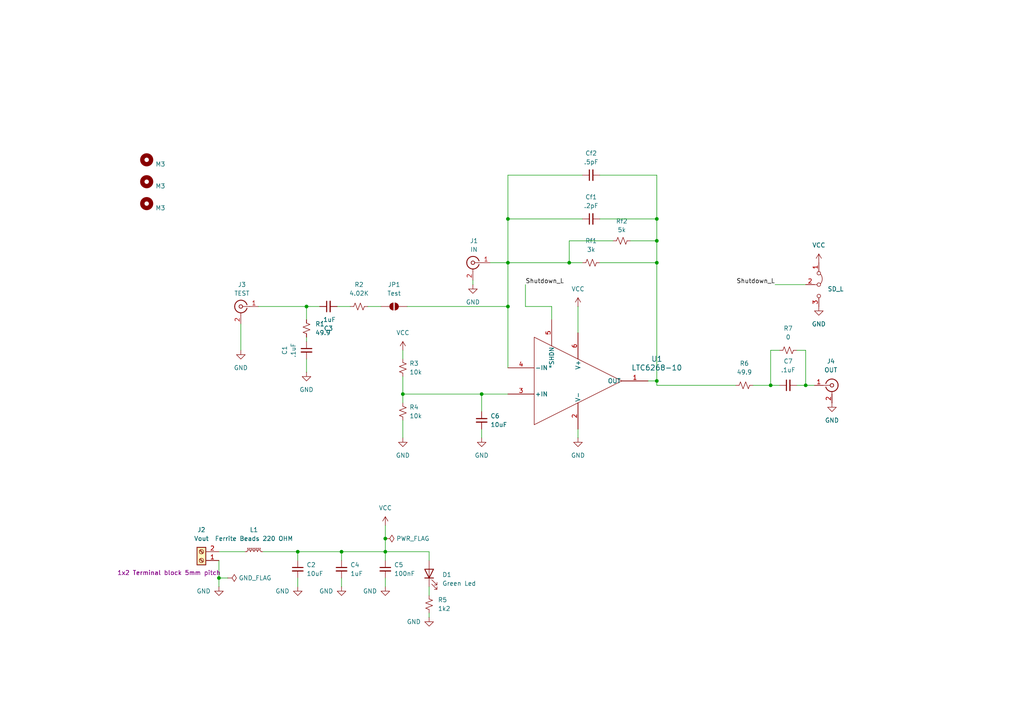
<source format=kicad_sch>
(kicad_sch (version 20231120) (generator "eeschema") (generator_version "8.0")
  (paper "A4")
  (lib_symbols
    (symbol "Connector:Conn_Coaxial" (pin_names (offset 1.016) hide)
      (property "Reference" "J" (at 0.254 3.048 0))
      (property "Value" "Conn_Coaxial" (at 2.921 0 90))
      (symbol "Conn_Coaxial_0_1"
        (arc (start -1.778 -0.508) (mid 0.2311 -1.8066) (end 1.778 0) (stroke (width 0.254)))
        (polyline (pts (xy -2.54 0) (xy -0.508 0)))
        (polyline (pts (xy 0 -2.54) (xy 0 -1.778)))
        (circle (center 0 0) (radius 0.508) (stroke (width 0.2032)))
        (arc (start 1.778 0) (mid 0.2099 1.8101) (end -1.778 0.508) (stroke (width 0.254)))
      )
      (symbol "Conn_Coaxial_1_1"
        (pin passive line (at -5.08 0 0) (length 2.54) (name "In") (number "1"))
        (pin passive line (at 0 -5.08 90) (length 2.54) (name "Ext") (number "2"))
      )
    )
    (symbol "Connector:Screw_Terminal_01x02" (pin_names (offset 1.016) hide)
      (property "Reference" "J" (at 0 2.54 0))
      (property "Value" "Screw_Terminal_01x02" (at 0 -5.08 0))
      (symbol "Screw_Terminal_01x02_1_1"
        (rectangle (start -1.27 1.27) (end 1.27 -3.81) (stroke (width 0.254)) (fill (type background)))
        (circle (center 0 -2.54) (radius 0.635) (stroke (width 0.1524)))
        (polyline (pts (xy -0.5334 -2.2098) (xy 0.3302 -3.048)) (stroke (width 0.1524)))
        (polyline (pts (xy -0.5334 0.3302) (xy 0.3302 -0.508)) (stroke (width 0.1524)))
        (polyline (pts (xy -0.3556 -2.032) (xy 0.508 -2.8702)) (stroke (width 0.1524)))
        (polyline (pts (xy -0.3556 0.508) (xy 0.508 -0.3302)) (stroke (width 0.1524)))
        (circle (center 0 0) (radius 0.635) (stroke (width 0.1524)))
        (pin passive line (at -5.08 0 0) (length 3.81) (name "Pin_1") (number "1"))
        (pin passive line (at -5.08 -2.54 0) (length 3.81) (name "Pin_2") (number "2"))
      )
    )
    (symbol "Device:C_Small" (pin_numbers hide) (pin_names (offset 0.254) hide)
      (property "Reference" "C" (at 0.254 1.778 0))
      (property "Value" "C_Small" (at 0.254 -2.032 0))
      (symbol "C_Small_0_1"
        (polyline (pts (xy -1.524 -0.508) (xy 1.524 -0.508)) (stroke (width 0.3302)))
        (polyline (pts (xy -1.524 0.508) (xy 1.524 0.508)) (stroke (width 0.3048)))
      )
      (symbol "C_Small_1_1"
        (pin passive line (at 0 2.54 270) (length 2.032) (name "~") (number "1"))
        (pin passive line (at 0 -2.54 90) (length 2.032) (name "~") (number "2"))
      )
    )
    (symbol "Device:LED" (pin_numbers hide) (pin_names (offset 1.016) hide)
      (property "Reference" "D" (at 0 2.54 0))
      (property "Value" "LED" (at 0 -2.54 0))
      (symbol "LED_0_1"
        (polyline (pts (xy -1.27 -1.27) (xy -1.27 1.27)) (stroke (width 0.254)))
        (polyline (pts (xy -1.27 0) (xy 1.27 0)))
        (polyline (pts (xy 1.27 -1.27) (xy 1.27 1.27) (xy -1.27 0) (xy 1.27 -1.27)) (stroke (width 0.254)))
        (polyline (pts (xy -3.048 -0.762) (xy -4.572 -2.286) (xy -3.81 -2.286) (xy -4.572 -2.286) (xy -4.572 -1.524)))
        (polyline (pts (xy -1.778 -0.762) (xy -3.302 -2.286) (xy -2.54 -2.286) (xy -3.302 -2.286) (xy -3.302 -1.524)))
      )
      (symbol "LED_1_1"
        (pin passive line (at -3.81 0 0) (length 2.54) (name "K") (number "1"))
        (pin passive line (at 3.81 0 180) (length 2.54) (name "A") (number "2"))
      )
    )
    (symbol "Device:L_Ferrite_Small" (pin_numbers hide) (pin_names (offset 0.254) hide)
      (property "Reference" "L" (at 1.27 1.016 0))
      (property "Value" "L_Ferrite_Small" (at 1.27 -1.27 0))
      (symbol "L_Ferrite_Small_0_1"
        (arc (start 0 -2.032) (mid 0.5058 -1.524) (end 0 -1.016))
        (arc (start 0 -1.016) (mid 0.5058 -0.508) (end 0 0))
        (polyline (pts (xy 0.762 -1.905) (xy 0.762 -1.651)))
        (polyline (pts (xy 0.762 -1.397) (xy 0.762 -1.143)))
        (polyline (pts (xy 0.762 -0.889) (xy 0.762 -0.635)))
        (polyline (pts (xy 0.762 -0.381) (xy 0.762 -0.127)))
        (polyline (pts (xy 0.762 0.127) (xy 0.762 0.381)))
        (polyline (pts (xy 0.762 0.635) (xy 0.762 0.889)))
        (polyline (pts (xy 0.762 1.143) (xy 0.762 1.397)))
        (polyline (pts (xy 0.762 1.651) (xy 0.762 1.905)))
        (polyline (pts (xy 1.016 -1.651) (xy 1.016 -1.905)))
        (polyline (pts (xy 1.016 -1.143) (xy 1.016 -1.397)))
        (polyline (pts (xy 1.016 -0.635) (xy 1.016 -0.889)))
        (polyline (pts (xy 1.016 -0.127) (xy 1.016 -0.381)))
        (polyline (pts (xy 1.016 0.381) (xy 1.016 0.127)))
        (polyline (pts (xy 1.016 0.889) (xy 1.016 0.635)))
        (polyline (pts (xy 1.016 1.397) (xy 1.016 1.143)))
        (polyline (pts (xy 1.016 1.905) (xy 1.016 1.651)))
        (arc (start 0 0) (mid 0.5058 0.508) (end 0 1.016))
        (arc (start 0 1.016) (mid 0.5058 1.524) (end 0 2.032))
      )
      (symbol "L_Ferrite_Small_1_1"
        (pin passive line (at 0 2.54 270) (length 0.508) (name "~") (number "1"))
        (pin passive line (at 0 -2.54 90) (length 0.508) (name "~") (number "2"))
      )
    )
    (symbol "Device:R_Small_US" (pin_numbers hide) (pin_names (offset 0.254) hide)
      (property "Reference" "R" (at 0.762 0.508 0))
      (property "Value" "R_Small_US" (at 0.762 -1.016 0))
      (symbol "R_Small_US_1_1"
        (polyline (pts (xy 0 0) (xy 1.016 -0.381) (xy 0 -0.762) (xy -1.016 -1.143) (xy 0 -1.524)))
        (polyline (pts (xy 0 1.524) (xy 1.016 1.143) (xy 0 0.762) (xy -1.016 0.381) (xy 0 0)))
        (pin passive line (at 0 2.54 270) (length 1.016) (name "~") (number "1"))
        (pin passive line (at 0 -2.54 90) (length 1.016) (name "~") (number "2"))
      )
    )
    (symbol "Jumper:Jumper_3_Bridged12" (pin_names (offset 0) hide) (exclude_from_sim yes) (in_bom no)
      (property "Reference" "JP" (at -2.54 -2.54 0))
      (property "Value" "Jumper_3_Bridged12" (at 0 2.794 0))
      (symbol "Jumper_3_Bridged12_0_0"
        (circle (center -3.302 0) (radius 0.508))
        (circle (center 0 0) (radius 0.508))
        (circle (center 3.302 0) (radius 0.508))
      )
      (symbol "Jumper_3_Bridged12_0_1"
        (arc (start -0.254 0.508) (mid -1.651 0.9912) (end -3.048 0.508))
        (polyline (pts (xy 0 -1.27) (xy 0 -0.508)))
      )
      (symbol "Jumper_3_Bridged12_1_1"
        (pin passive line (at -6.35 0 0) (length 2.54) (name "A") (number "1"))
        (pin passive line (at 0 -3.81 90) (length 2.54) (name "C") (number "2"))
        (pin passive line (at 6.35 0 180) (length 2.54) (name "B") (number "3"))
      )
    )
    (symbol "Jumper:SolderJumper_2_Open" (pin_numbers hide) (pin_names (offset 0) hide) (exclude_from_sim yes) (in_bom no)
      (property "Reference" "JP" (at 0 2.032 0))
      (property "Value" "SolderJumper_2_Open" (at 0 -2.54 0))
      (symbol "SolderJumper_2_Open_0_1"
        (arc (start -0.254 1.016) (mid -1.2656 0) (end -0.254 -1.016))
        (arc (start -0.254 1.016) (mid -1.2656 0) (end -0.254 -1.016) (fill (type outline)))
        (polyline (pts (xy -0.254 1.016) (xy -0.254 -1.016)))
        (polyline (pts (xy 0.254 1.016) (xy 0.254 -1.016)))
        (arc (start 0.254 -1.016) (mid 1.2656 0) (end 0.254 1.016))
        (arc (start 0.254 -1.016) (mid 1.2656 0) (end 0.254 1.016) (fill (type outline)))
      )
      (symbol "SolderJumper_2_Open_1_1"
        (pin passive line (at -3.81 0 0) (length 2.54) (name "A") (number "1"))
        (pin passive line (at 3.81 0 180) (length 2.54) (name "B") (number "2"))
      )
    )
    (symbol "LumiCom_TIA:LTC6268-10-SOT23" (pin_names (offset 0.254))
      (property "Reference" "U" (at 7.62 -9.906 0))
      (property "Value" "LTC6268-10-SOT23" (at 11.176 11.176 0))
      (symbol "LTC6268-10-SOT23_0_1"
        (pin output line (at 20.32 0 180) (length 7.62) (name "OUT") (number "1"))
        (pin power_in line (at 0 -13.97 90) (length 7.62) (name "V-") (number "2"))
        (pin input line (at -20.32 -3.81 0) (length 7.62) (name "+IN") (number "3"))
        (pin input line (at -20.32 3.81 0) (length 7.62) (name "-IN") (number "4"))
        (pin unspecified line (at -7.62 17.78 270) (length 7.62) (name "*SHDN") (number "5"))
        (pin power_in line (at 0 13.97 270) (length 7.62) (name "V+") (number "6"))
      )
      (symbol "LTC6268-10-SOT23_1_1"
        (polyline (pts (xy -12.7 -12.7) (xy -12.7 12.7) (xy 12.7 0) (xy -12.7 -12.7)))
      )
    )
    (symbol "Mechanical:MountingHole" (pin_names (offset 1.016)) (exclude_from_sim yes) (in_bom no)
      (property "Reference" "H" (at 0 5.08 0))
      (property "Value" "MountingHole" (at 0 3.175 0))
      (symbol "MountingHole_0_1"
        (circle (center 0 0) (radius 1.27) (stroke (width 1.27)))
      )
    )
    (symbol "power:GND" (power) (pin_numbers hide) (pin_names (offset 0) hide)
      (property "Value" "GND" (at 0 -3.81 0))
      (symbol "GND_0_1"
        (polyline (pts (xy 0 0) (xy 0 -1.27) (xy 1.27 -1.27) (xy 0 -2.54) (xy -1.27 -1.27) (xy 0 -1.27)))
      )
      (symbol "GND_1_1"
        (pin power_in line (at 0 0 270) (length 0) (name "~") (number "1"))
      )
    )
    (symbol "power:PWR_FLAG" (power) (pin_numbers hide) (pin_names (offset 0) hide)
      (property "Value" "PWR_FLAG" (at 0 3.81 0))
      (symbol "PWR_FLAG_0_0"
        (pin power_out line (at 0 0 90) (length 0) (name "~") (number "1"))
      )
      (symbol "PWR_FLAG_0_1"
        (polyline (pts (xy 0 0) (xy 0 1.27) (xy -1.016 1.905) (xy 0 2.54) (xy 1.016 1.905) (xy 0 1.27)))
      )
    )
    (symbol "power:VCC" (power) (pin_numbers hide) (pin_names (offset 0) hide)
      (property "Value" "VCC" (at 0 3.556 0))
      (symbol "VCC_0_1"
        (polyline (pts (xy -0.762 1.27) (xy 0 2.54)))
        (polyline (pts (xy 0 0) (xy 0 2.54)))
        (polyline (pts (xy 0 2.54) (xy 0.762 1.27)))
      )
      (symbol "VCC_1_1"
        (pin power_in line (at 0 0 90) (length 0) (name "~") (number "1"))
      )
    )
  )
  (junction (at 147.32 63.5))
  (junction (at 190.5 63.5))
  (junction (at 190.5 110.49))
  (junction (at 86.36 160.02))
  (junction (at 190.5 69.85))
  (junction (at 139.7 114.3))
  (junction (at 233.68 111.76))
  (junction (at 111.76 156.21))
  (junction (at 165.1 76.2))
  (junction (at 223.52 111.76))
  (junction (at 147.32 76.2))
  (junction (at 63.5 167.64))
  (junction (at 99.06 160.02))
  (junction (at 147.32 88.9))
  (junction (at 190.5 76.2))
  (junction (at 116.84 114.3))
  (junction (at 111.76 160.02))
  (junction (at 88.9 88.9))
  (wire (pts (xy 147.32 76.2) (xy 165.1 76.2)))
  (wire (pts (xy 142.24 76.2) (xy 147.32 76.2)))
  (wire (pts (xy 147.32 63.5) (xy 147.32 76.2)))
  (wire (pts (xy 165.1 69.85) (xy 165.1 76.2)))
  (wire (pts (xy 116.84 114.3) (xy 116.84 116.84)))
  (wire (pts (xy 233.68 101.6) (xy 233.68 111.76)))
  (wire (pts (xy 167.64 124.46) (xy 167.64 127)))
  (wire (pts (xy 116.84 109.22) (xy 116.84 114.3)))
  (wire (pts (xy 124.46 160.02) (xy 111.76 160.02)))
  (wire (pts (xy 111.76 162.56) (xy 111.76 160.02)))
  (wire (pts (xy 111.76 152.4) (xy 111.76 156.21)))
  (wire (pts (xy 139.7 114.3) (xy 147.32 114.3)))
  (wire (pts (xy 218.44 111.76) (xy 223.52 111.76)))
  (wire (pts (xy 111.76 167.64) (xy 111.76 170.18)))
  (wire (pts (xy 168.91 50.8) (xy 147.32 50.8)))
  (wire (pts (xy 99.06 167.64) (xy 99.06 170.18)))
  (wire (pts (xy 190.5 50.8) (xy 173.99 50.8)))
  (wire (pts (xy 137.16 81.28) (xy 137.16 82.55)))
  (wire (pts (xy 190.5 76.2) (xy 173.99 76.2)))
  (wire (pts (xy 63.5 167.64) (xy 63.5 170.18)))
  (wire (pts (xy 124.46 172.72) (xy 124.46 170.18)))
  (wire (pts (xy 233.68 111.76) (xy 236.22 111.76)))
  (wire (pts (xy 110.49 88.9) (xy 106.68 88.9)))
  (wire (pts (xy 88.9 107.95) (xy 88.9 104.14)))
  (wire (pts (xy 152.4 82.55) (xy 152.4 88.9)))
  (wire (pts (xy 147.32 63.5) (xy 168.91 63.5)))
  (wire (pts (xy 190.5 50.8) (xy 190.5 63.5)))
  (wire (pts (xy 118.11 88.9) (xy 147.32 88.9)))
  (wire (pts (xy 63.5 160.02) (xy 71.12 160.02)))
  (wire (pts (xy 231.14 111.76) (xy 233.68 111.76)))
  (wire (pts (xy 76.2 160.02) (xy 86.36 160.02)))
  (wire (pts (xy 177.8 69.85) (xy 165.1 69.85)))
  (wire (pts (xy 152.4 88.9) (xy 160.02 88.9)))
  (wire (pts (xy 99.06 162.56) (xy 99.06 160.02)))
  (wire (pts (xy 190.5 111.76) (xy 190.5 110.49)))
  (wire (pts (xy 165.1 76.2) (xy 168.91 76.2)))
  (wire (pts (xy 190.5 76.2) (xy 190.5 110.49)))
  (wire (pts (xy 223.52 111.76) (xy 226.06 111.76)))
  (wire (pts (xy 223.52 101.6) (xy 226.06 101.6)))
  (wire (pts (xy 124.46 179.07) (xy 124.46 177.8)))
  (wire (pts (xy 86.36 160.02) (xy 86.36 162.56)))
  (wire (pts (xy 99.06 160.02) (xy 111.76 160.02)))
  (wire (pts (xy 86.36 160.02) (xy 99.06 160.02)))
  (wire (pts (xy 88.9 88.9) (xy 88.9 92.71)))
  (wire (pts (xy 124.46 162.56) (xy 124.46 160.02)))
  (wire (pts (xy 223.52 101.6) (xy 223.52 111.76)))
  (wire (pts (xy 116.84 114.3) (xy 139.7 114.3)))
  (wire (pts (xy 111.76 156.21) (xy 111.76 160.02)))
  (wire (pts (xy 97.79 88.9) (xy 101.6 88.9)))
  (wire (pts (xy 116.84 101.6) (xy 116.84 104.14)))
  (wire (pts (xy 147.32 88.9) (xy 147.32 106.68)))
  (wire (pts (xy 173.99 63.5) (xy 190.5 63.5)))
  (wire (pts (xy 88.9 88.9) (xy 92.71 88.9)))
  (wire (pts (xy 88.9 99.06) (xy 88.9 97.79)))
  (wire (pts (xy 147.32 76.2) (xy 147.32 88.9)))
  (wire (pts (xy 231.14 101.6) (xy 233.68 101.6)))
  (wire (pts (xy 167.64 88.9) (xy 167.64 96.52)))
  (wire (pts (xy 86.36 167.64) (xy 86.36 170.18)))
  (wire (pts (xy 66.04 167.64) (xy 63.5 167.64)))
  (wire (pts (xy 190.5 63.5) (xy 190.5 69.85)))
  (wire (pts (xy 116.84 121.92) (xy 116.84 127)))
  (wire (pts (xy 139.7 124.46) (xy 139.7 127)))
  (wire (pts (xy 190.5 69.85) (xy 190.5 76.2)))
  (wire (pts (xy 69.85 93.98) (xy 69.85 101.6)))
  (wire (pts (xy 139.7 114.3) (xy 139.7 119.38)))
  (wire (pts (xy 74.93 88.9) (xy 88.9 88.9)))
  (wire (pts (xy 63.5 162.56) (xy 63.5 167.64)))
  (wire (pts (xy 224.79 82.55) (xy 233.68 82.55)))
  (wire (pts (xy 187.96 110.49) (xy 190.5 110.49)))
  (wire (pts (xy 182.88 69.85) (xy 190.5 69.85)))
  (wire (pts (xy 147.32 50.8) (xy 147.32 63.5)))
  (wire (pts (xy 190.5 111.76) (xy 213.36 111.76)))
  (wire (pts (xy 160.02 88.9) (xy 160.02 92.71)))
  (label "Shutdown_L" (at 152.4 82.55 0))
  (label "Shutdown_L" (at 224.79 82.55 180))
  (symbol (lib_id "power:GND") (at 86.36 170.18 0) (unit 1)
    (property "Reference" "#PWR05" (effects (hide yes)))
    (property "Value" "GND" (at 81.915 171.45 0))
    (property "Description" "Power symbol creates a global label with name \"GND\" , ground" (effects (hide yes)))
  )
  (symbol (lib_id "Connector:Conn_Coaxial") (at 69.85 88.9 0) (mirror y) (unit 1)
    (property "Reference" "J3" (at 70.1674 82.55 0))
    (property "Value" "TEST" (at 70.1674 85.09 0))
    (property "Footprint" "Connector_Coaxial:SMA_Samtec_SMA-J-P-X-ST-EM1_EdgeMount" (effects (hide yes)))
    (property "Datasheet" " ~" (effects (hide yes)))
    (property "Description" "SMA edge 1.2mm" (effects (hide yes)))
  )
  (symbol (lib_id "Device:C_Small") (at 139.7 121.92 0) (unit 1)
    (property "Reference" "C6" (at 142.24 120.6562 0) (effects (justify left)))
    (property "Value" "10uF" (at 142.24 123.1962 0) (effects (justify left)))
    (property "Footprint" "Capacitor_SMD:C_0603_1608Metric_Pad1.08x0.95mm_HandSolder" (effects (hide yes)))
    (property "Datasheet" "https://www.mouser.com/datasheet/2/281/1/GRM188Z71A106MA73_01A-1986046.pdf" (effects (hide yes)))
    (property "Description" "10 uF 10 VDC 20% 0603 X7R" (effects (hide yes)))
    (property "Manufacturer" "Murata Electronics " (effects (hide yes)))
    (property "Manufacturer Part Number" "GRM188Z71A106MA73D" (effects (hide yes)))
    (property "Mouser Part Number" " 81-GRM188Z71A106MA3D " (effects (hide yes)))
  )
  (symbol (lib_id "power:GND") (at 116.84 127 0) (unit 1)
    (property "Reference" "#PWR010" (effects (hide yes)))
    (property "Value" "GND" (at 116.84 132.08 0))
    (property "Description" "Power symbol creates a global label with name \"GND\" , ground" (effects (hide yes)))
  )
  (symbol (lib_id "Device:L_Ferrite_Small") (at 73.66 160.02 90) (unit 1)
    (property "Reference" "L1" (at 73.66 153.67 90))
    (property "Value" " Ferrite Beads 220 OHM " (at 73.66 156.21 90))
    (property "Footprint" "Inductor_SMD:L_0603_1608Metric_Pad1.05x0.95mm_HandSolder" (effects (hide yes)))
    (property "Datasheet" "https://www.mouser.com/datasheet/2/281/ENFA0003-1915778.pdf" (effects (hide yes)))
    (property "Description" " Ferrite Beads 220 OHM 25% Alternate Sizing Guide Below " (effects (hide yes)))
    (property "Manufacturer" "Murata Electronics " (effects (hide yes)))
    (property "Manufacturer Part Number" " BLM18KG221SN1D " (effects (hide yes)))
    (property "Mouser Part Number" " 81-BLM18KG221SN1D " (effects (hide yes)))
  )
  (symbol (lib_id "Device:R_Small_US") (at 116.84 119.38 0) (unit 1)
    (property "Reference" "R4" (at 118.745 118.1099 0) (effects (justify left)))
    (property "Value" "10k" (at 118.745 120.6499 0) (effects (justify left)))
    (property "Footprint" "Resistor_SMD:R_0603_1608Metric_Pad0.98x0.95mm_HandSolder" (effects (hide yes)))
    (property "Datasheet" "https://www.vishay.com/doc?20035" (effects (hide yes)))
    (property "Description" "SMD D11/CRCW0603 100 10K 1% ET2 E3 " (effects (hide yes)))
    (property "Manufacturer" " Vishay / Dale " (effects (hide yes)))
    (property "Manufacturer Part Number" "CRCW060310K0FKEI " (effects (hide yes)))
    (property "Mouser Part Number" " 71-CRCW060310K0FKEI " (effects (hide yes)))
  )
  (symbol (lib_id "Device:C_Small") (at 95.25 88.9 90) (mirror x) (unit 1)
    (property "Reference" "C3" (at 95.2563 95.25 90))
    (property "Value" ".1uF" (at 95.2563 92.71 90))
    (property "Footprint" "Capacitor_SMD:C_0402_1005Metric_Pad0.74x0.62mm_HandSolder" (effects (hide yes)))
    (property "Datasheet" "https://www.mouser.com/datasheet/2/40/530L-3392686.pdf" (effects (hide yes)))
    (property "Description" "16V 100nF 10% 0402" (effects (hide yes)))
    (property "Manufacturer" "KYOCERA AVX " (effects (hide yes)))
    (property "Manufacturer Part Number" "530L104KT16 " (effects (hide yes)))
    (property "Mouser Part Number" " 581-530L104KT16 " (effects (hide yes)))
  )
  (symbol (lib_id "Device:R_Small_US") (at 124.46 175.26 0) (unit 1)
    (property "Reference" "R5" (at 127 173.9899 0) (effects (justify left)))
    (property "Value" "1k2" (at 127 176.5299 0) (effects (justify left)))
    (property "Footprint" "Resistor_SMD:R_0603_1608Metric_Pad0.98x0.95mm_HandSolder" (effects (hide yes)))
    (property "Datasheet" "https://www.vishay.com/doc?20035" (effects (hide yes)))
    (property "Description" " Thick Film Resistors - SMD 1/10watt 1.2Kohms 1% 0603" (effects (hide yes)))
    (property "Manufacturer" " Vishay / Dale " (effects (hide yes)))
    (property "Manufacturer Part Number" " CRCW06031K20FKEA " (effects (hide yes)))
    (property "Mouser Part Number" " 71-CRCW0603-1.2K-E3 " (effects (hide yes)))
  )
  (symbol (lib_id "Device:R_Small_US") (at 171.45 76.2 90) (unit 1)
    (property "Reference" "Rf1" (at 171.45 69.85 90))
    (property "Value" "3k" (at 171.45 72.39 90))
    (property "Footprint" "Resistor_SMD:R_0402_1005Metric" (effects (hide yes)))
    (property "Datasheet" "https://www.vishay.com/doc?28700" (effects (hide yes)))
    (property "Description" "Thin Film Resistors - SMD 1/16W 0.1% 3kOhms" (effects (hide yes)))
    (property "Manufacturer" "Vishay" (effects (hide yes)))
    (property "Manufacturer Part Number" " MCS04020D3001BE000 " (effects (hide yes)))
    (property "Mouser Part Number" "594-MCS04020D3001BE0" (effects (hide yes)))
  )
  (symbol (lib_id "power:VCC") (at 116.84 101.6 0) (unit 1)
    (property "Reference" "#PWR09" (effects (hide yes)))
    (property "Value" "VCC" (at 116.84 96.52 0))
    (property "Description" "Power symbol creates a global label with name \"VCC\"" (effects (hide yes)))
  )
  (symbol (lib_id "Device:R_Small_US") (at 228.6 101.6 90) (unit 1)
    (property "Reference" "R7" (at 228.6 95.25 90))
    (property "Value" "0" (at 228.6 97.79 90))
    (property "Footprint" "Resistor_SMD:R_0603_1608Metric_Pad0.98x0.95mm_HandSolder" (effects (hide yes)))
    (property "Datasheet" "https://www.vishay.com/doc?28952" (effects (hide yes)))
    (property "Description" " Thin Film Resistors .1W ZEROohm Jumper " (effects (hide yes)))
    (property "Manufacturer" " Vishay / Beyschlag " (effects (hide yes)))
    (property "Manufacturer Part Number" " MCT0603MZ0000ZP500 " (effects (hide yes)))
    (property "Mouser Part Number" " 594-MCT0603MZ0000ZP5 " (effects (hide yes)))
  )
  (symbol (lib_id "power:GND") (at 111.76 170.18 0) (unit 1)
    (property "Reference" "#PWR08" (effects (hide yes)))
    (property "Value" "GND" (at 107.315 171.45 0))
    (property "Description" "Power symbol creates a global label with name \"GND\" , ground" (effects (hide yes)))
  )
  (symbol (lib_id "Mechanical:MountingHole") (at 42.545 46.355 0) (unit 1) (exclude_from_sim yes) (in_bom no)
    (property "Reference" "H1" (effects (hide yes)))
    (property "Value" "M3" (at 45.085 47.6249 0) (effects (justify left)))
    (property "Footprint" "MountingHole:MountingHole_3.2mm_M3_DIN965" (effects (hide yes)))
    (property "Description" "M3 Mounting Hole" (effects (hide yes)))
  )
  (symbol (lib_id "LumiCom_TIA:LTC6268-10-SOT23") (at 167.64 110.49 0) (unit 1)
    (property "Reference" "U1" (at 190.5 104.1114 0) (effects (font (size 1.524 1.524))))
    (property "Value" "LTC6268-10" (at 190.5 106.6514 0) (effects (font (size 1.524 1.524))))
    (property "Footprint" "LumiCom_TIA:TSOT-23_S6_LIT" (effects (hide yes)))
    (property "Datasheet" "https://www.mouser.com/datasheet/2/609/626810f-2955431.pdf" (effects (hide yes)))
    (property "Description" " Operational Amplifiers - Op Amps 4GHz Ultra-L Bias C FET In Op Amp  SOT-23-6  " (effects (hide yes)))
    (property "Manufacturer" " Analog Devices " (effects (hide yes)))
    (property "Manufacturer Part Number" " LTC6268IS6-10#TRMPBF " (effects (hide yes)))
    (property "Mouser Part Number" " 584-C6268IS6-10TMPF " (effects (hide yes)))
  )
  (symbol (lib_id "power:GND") (at 124.46 179.07 0) (unit 1)
    (property "Reference" "#PWR011" (effects (hide yes)))
    (property "Value" "GND" (at 120.015 180.34 0))
    (property "Description" "Power symbol creates a global label with name \"GND\" , ground" (effects (hide yes)))
  )
  (symbol (lib_id "power:PWR_FLAG") (at 111.76 156.21 270) (unit 1)
    (property "Reference" "#FLG01" (effects (hide yes)))
    (property "Value" "PWR_FLAG" (at 114.935 156.2099 90) (effects (justify left)))
    (property "Description" "Special symbol for telling ERC where power comes from" (effects (hide yes)))
  )
  (symbol (lib_id "Connector:Conn_Coaxial") (at 241.3 111.76 0) (unit 1)
    (property "Reference" "J4" (at 240.9826 104.775 0))
    (property "Value" "OUT" (at 240.9826 107.315 0))
    (property "Footprint" "Connector_Coaxial:SMA_Samtec_SMA-J-P-X-ST-EM1_EdgeMount" (effects (hide yes)))
    (property "Datasheet" " ~" (effects (hide yes)))
    (property "Description" "SMA edge 1.2mm" (effects (hide yes)))
  )
  (symbol (lib_id "Device:C_Small") (at 86.36 165.1 0) (unit 1)
    (property "Reference" "C2" (at 88.9 163.8362 0) (effects (justify left)))
    (property "Value" "10uF" (at 88.9 166.3762 0) (effects (justify left)))
    (property "Footprint" "Capacitor_SMD:C_0603_1608Metric_Pad1.08x0.95mm_HandSolder" (effects (hide yes)))
    (property "Datasheet" "https://www.mouser.com/datasheet/2/281/1/GRM188Z71A106MA73_01A-1986046.pdf" (effects (hide yes)))
    (property "Description" "10 uF 10 VDC 20% 0603 X7R" (effects (hide yes)))
    (property "Manufacturer" "Murata Electronics " (effects (hide yes)))
    (property "Manufacturer Part Number" "GRM188Z71A106MA73D" (effects (hide yes)))
    (property "Mouser Part Number" " 81-GRM188Z71A106MA3D " (effects (hide yes)))
  )
  (symbol (lib_id "power:PWR_FLAG") (at 66.04 167.64 270) (unit 1)
    (property "Reference" "#FLG02" (effects (hide yes)))
    (property "Value" "GND_FLAG" (at 69.215 167.6399 90) (effects (justify left)))
    (property "Description" "Special symbol for telling ERC where power comes from" (effects (hide yes)))
  )
  (symbol (lib_id "power:GND") (at 241.3 116.84 0) (unit 1)
    (property "Reference" "#PWR017" (effects (hide yes)))
    (property "Value" "GND" (at 241.3 121.92 0))
    (property "Description" "Power symbol creates a global label with name \"GND\" , ground" (effects (hide yes)))
  )
  (symbol (lib_id "Connector:Conn_Coaxial") (at 137.16 76.2 0) (mirror y) (unit 1)
    (property "Reference" "J1" (at 137.4774 69.85 0))
    (property "Value" "IN" (at 137.4774 72.39 0))
    (property "Footprint" "Connector_Coaxial:SMA_Samtec_SMA-J-P-X-ST-EM1_EdgeMount" (effects (hide yes)))
    (property "Datasheet" " ~" (effects (hide yes)))
    (property "Description" "SMA edge 1.2mm" (effects (hide yes)))
  )
  (symbol (lib_id "Device:R_Small_US") (at 116.84 106.68 0) (unit 1)
    (property "Reference" "R3" (at 118.745 105.4099 0) (effects (justify left)))
    (property "Value" "10k" (at 118.745 107.9499 0) (effects (justify left)))
    (property "Footprint" "Resistor_SMD:R_0603_1608Metric_Pad0.98x0.95mm_HandSolder" (effects (hide yes)))
    (property "Datasheet" "https://www.vishay.com/doc?20035" (effects (hide yes)))
    (property "Description" "SMD D11/CRCW0603 100 10K 1% ET2 E3 " (effects (hide yes)))
    (property "Manufacturer" " Vishay / Dale " (effects (hide yes)))
    (property "Manufacturer Part Number" "CRCW060310K0FKEI " (effects (hide yes)))
    (property "Mouser Part Number" " 71-CRCW060310K0FKEI " (effects (hide yes)))
  )
  (symbol (lib_id "Jumper:Jumper_3_Bridged12") (at 237.49 82.55 270) (unit 1) (exclude_from_sim yes) (in_bom no)
    (property "Reference" "SD_L1" (effects (hide yes)))
    (property "Value" "SD_L" (at 240.03 83.8199 90) (effects (justify left)))
    (property "Footprint" "Connector_PinHeader_2.54mm:PinHeader_1x03_P2.54mm_Vertical" (effects (hide yes)))
    (property "Description" "3 way pin header. Jumper" (effects (hide yes)))
  )
  (symbol (lib_id "power:VCC") (at 167.64 88.9 0) (unit 1)
    (property "Reference" "#PWR013" (effects (hide yes)))
    (property "Value" "VCC" (at 167.64 83.82 0))
    (property "Description" "Power symbol creates a global label with name \"VCC\"" (effects (hide yes)))
  )
  (symbol (lib_id "power:GND") (at 99.06 170.18 0) (unit 1)
    (property "Reference" "#PWR06" (effects (hide yes)))
    (property "Value" "GND" (at 94.615 171.45 0))
    (property "Description" "Power symbol creates a global label with name \"GND\" , ground" (effects (hide yes)))
  )
  (symbol (lib_id "power:GND") (at 237.49 88.9 0) (unit 1)
    (property "Reference" "#PWR016" (effects (hide yes)))
    (property "Value" "GND" (at 237.49 93.98 0))
    (property "Description" "Power symbol creates a global label with name \"GND\" , ground" (effects (hide yes)))
  )
  (symbol (lib_id "Device:R_Small_US") (at 104.14 88.9 90) (unit 1)
    (property "Reference" "R2" (at 104.14 82.55 90))
    (property "Value" "4.02K" (at 104.14 85.09 90))
    (property "Footprint" "Resistor_SMD:R_0603_1608Metric_Pad0.98x0.95mm_HandSolder" (effects (hide yes)))
    (property "Datasheet" "https://www.vishay.com/doc?28705" (effects (hide yes)))
    (property "Description" "0603-50 1% P5 4K02 " (effects (hide yes)))
    (property "Manufacturer" " Vishay / Beyschlag " (effects (hide yes)))
    (property "Manufacturer Part Number" " MCT06030C4021FP500 " (effects (hide yes)))
    (property "Mouser Part Number" " 594-MCT06030C4021FP5 " (effects (hide yes)))
  )
  (symbol (lib_id "Device:C_Small") (at 171.45 50.8 90) (unit 1) (exclude_from_sim yes)
    (property "Reference" "Cf2" (at 171.4563 44.45 90))
    (property "Value" ".5pF" (at 171.4563 46.99 90))
    (property "Footprint" "Capacitor_SMD:C_0402_1005Metric" (effects (hide yes)))
    (property "Datasheet" "https://www.mouser.com/datasheet/2/40/Accu_P-3077555.pdf" (effects (hide yes)))
    (property "Description" "Silicon RF Capacitors / Thin Film 25V 0.5pF .1pFTol Th inFilm 0402" (effects (hide yes)))
    (property "Manufacturer" " KYOCERA AVX " (effects (hide yes)))
    (property "Manufacturer Part Number" "04023J0R5BBSTR" (effects (hide yes)))
    (property "Mouser Part Number" " 581-04023J0R5BBSTR " (effects (hide yes)))
  )
  (symbol (lib_id "power:GND") (at 69.85 101.6 0) (unit 1)
    (property "Reference" "#PWR03" (effects (hide yes)))
    (property "Value" "GND" (at 69.85 106.68 0))
    (property "Description" "Power symbol creates a global label with name \"GND\" , ground" (effects (hide yes)))
  )
  (symbol (lib_id "Mechanical:MountingHole") (at 42.545 52.705 0) (unit 1) (exclude_from_sim yes) (in_bom no)
    (property "Reference" "H2" (effects (hide yes)))
    (property "Value" "M3" (at 45.085 53.9749 0) (effects (justify left)))
    (property "Footprint" "MountingHole:MountingHole_3.2mm_M3_DIN965" (effects (hide yes)))
    (property "Description" "M3 Mounting Hole" (effects (hide yes)))
  )
  (symbol (lib_id "Device:R_Small_US") (at 88.9 95.25 0) (unit 1)
    (property "Reference" "R1" (at 91.44 93.9799 0) (effects (justify left)))
    (property "Value" "49.9" (at 91.44 96.5199 0) (effects (justify left)))
    (property "Footprint" "Resistor_SMD:R_0603_1608Metric_Pad0.98x0.95mm_HandSolder" (effects (hide yes)))
    (property "Datasheet" "https://www.vishay.com/doc?28705" (effects (hide yes)))
    (property "Description" "49.9ohm 1% 0603 50ppm Auto" (effects (hide yes)))
    (property "Manufacturer" "Vishay / Beyschlag" (effects (hide yes)))
    (property "Manufacturer Part Number" "MCT06030C4999FP500" (effects (hide yes)))
    (property "Mouser Part Number" " 594-MCT06030C4999FP5 " (effects (hide yes)))
  )
  (symbol (lib_id "power:GND") (at 167.64 127 0) (unit 1)
    (property "Reference" "#PWR014" (effects (hide yes)))
    (property "Value" "GND" (at 167.64 132.08 0))
    (property "Description" "Power symbol creates a global label with name \"GND\" , ground" (effects (hide yes)))
  )
  (symbol (lib_id "power:VCC") (at 237.49 76.2 0) (unit 1)
    (property "Reference" "#PWR015" (effects (hide yes)))
    (property "Value" "VCC" (at 237.49 71.12 0))
    (property "Description" "Power symbol creates a global label with name \"VCC\"" (effects (hide yes)))
  )
  (symbol (lib_id "power:GND") (at 88.9 107.95 0) (unit 1)
    (property "Reference" "#PWR04" (effects (hide yes)))
    (property "Value" "GND" (at 88.9 113.03 0))
    (property "Description" "Power symbol creates a global label with name \"GND\" , ground" (effects (hide yes)))
  )
  (symbol (lib_id "power:GND") (at 139.7 127 0) (unit 1)
    (property "Reference" "#PWR012" (effects (hide yes)))
    (property "Value" "GND" (at 139.7 132.08 0))
    (property "Description" "Power symbol creates a global label with name \"GND\" , ground" (effects (hide yes)))
  )
  (symbol (lib_id "power:VCC") (at 111.76 152.4 0) (unit 1)
    (property "Reference" "#PWR07" (effects (hide yes)))
    (property "Value" "VCC" (at 111.76 147.32 0))
    (property "Description" "Power symbol creates a global label with name \"VCC\"" (effects (hide yes)))
  )
  (symbol (lib_id "Device:C_Small") (at 171.45 63.5 90) (unit 1)
    (property "Reference" "Cf1" (at 171.4563 57.15 90))
    (property "Value" ".2pF" (at 171.4563 59.69 90))
    (property "Footprint" "Capacitor_SMD:C_0402_1005Metric" (effects (hide yes)))
    (property "Datasheet" "https://www.mouser.com/datasheet/2/40/Accu_P-3077555.pdf" (effects (hide yes)))
    (property "Description" " Silicon RF Capacitors / Thin Film 25V 0.2pF .01pFTol T hinFilm 0402 " (effects (hide yes)))
    (property "Manufacturer" " KYOCERA AVX " (effects (hide yes)))
    (property "Manufacturer Part Number" "04023J0R2ZBSTR" (effects (hide yes)))
    (property "Mouser Part Number" " 581-04023J0R2ZBSTR " (effects (hide yes)))
  )
  (symbol (lib_id "Connector:Screw_Terminal_01x02") (at 58.42 162.56 180) (unit 1)
    (property "Reference" "J2" (at 58.42 153.67 0))
    (property "Value" "Vout" (at 58.42 156.21 0))
    (property "Footprint" "TerminalBlock_Phoenix:TerminalBlock_Phoenix_MKDS-1,5-2_1x02_P5.00mm_Horizontal" (effects (hide yes)))
    (property "Description" "1x2 Terminal block 5mm pitch" (at 49.022 166.116 0))
  )
  (symbol (lib_id "Device:LED") (at 124.46 166.37 90) (unit 1)
    (property "Reference" "D1" (at 128.27 166.6874 90) (effects (justify right)))
    (property "Value" "Green Led" (at 128.27 169.2274 90) (effects (justify right)))
    (property "Footprint" "LED_SMD:LED_0603_1608Metric" (effects (hide yes)))
    (property "Datasheet" "https://www.we-online.com/components/products/datasheet/150060VS75000.pdf" (effects (hide yes)))
    (property "Description" " Single Color LEDs WL-SMCW SMDMono TpVw Waterclr 0603 BrtGrn " (effects (hide yes)))
    (property "Manufacturer" " Wurth Elektronik " (effects (hide yes)))
    (property "Manufacturer Part Number" " 150060VS75000 " (effects (hide yes)))
    (property "Mouser Part Number" " 710-150060VS75000 " (effects (hide yes)))
  )
  (symbol (lib_id "Mechanical:MountingHole") (at 42.545 59.055 0) (unit 1) (exclude_from_sim yes) (in_bom no)
    (property "Reference" "H3" (effects (hide yes)))
    (property "Value" "M3" (at 45.085 60.3249 0) (effects (justify left)))
    (property "Footprint" "MountingHole:MountingHole_3.2mm_M3_DIN965" (effects (hide yes)))
    (property "Description" "M3 Mounting Hole" (effects (hide yes)))
  )
  (symbol (lib_id "power:GND") (at 137.16 82.55 0) (unit 1)
    (property "Reference" "#PWR01" (effects (hide yes)))
    (property "Value" "GND" (at 137.16 87.63 0))
    (property "Description" "Power symbol creates a global label with name \"GND\" , ground" (effects (hide yes)))
  )
  (symbol (lib_id "Device:C_Small") (at 228.6 111.76 90) (unit 1)
    (property "Reference" "C7" (at 228.6063 104.775 90))
    (property "Value" ".1uF" (at 228.6063 107.315 90))
    (property "Footprint" "Capacitor_SMD:C_0402_1005Metric_Pad0.74x0.62mm_HandSolder" (effects (hide yes)))
    (property "Datasheet" "https://www.mouser.com/datasheet/2/40/530L-3392686.pdf" (effects (hide yes)))
    (property "Description" "16V 100nF 10% 0402" (effects (hide yes)))
    (property "Manufacturer" "KYOCERA AVX " (effects (hide yes)))
    (property "Manufacturer Part Number" "530L104KT16 " (effects (hide yes)))
    (property "Mouser Part Number" " 581-530L104KT16 " (effects (hide yes)))
  )
  (symbol (lib_id "Device:C_Small") (at 111.76 165.1 0) (unit 1)
    (property "Reference" "C5" (at 114.3 163.8362 0) (effects (justify left)))
    (property "Value" "100nF" (at 114.3 166.3762 0) (effects (justify left)))
    (property "Footprint" "Capacitor_SMD:C_0603_1608Metric_Pad1.08x0.95mm_HandSolder" (effects (hide yes)))
    (property "Datasheet" "https://www.mouser.com/datasheet/2/585/MLCC-1837944.pdf" (effects (hide yes)))
    (property "Description" "100nF+/-10% 16V X7R 0603" (effects (hide yes)))
    (property "Manufacturer" "Samsung Electro-Mechanics" (effects (hide yes)))
    (property "Manufacturer Part Number" "CL10B104KO8NFNC" (effects (hide yes)))
    (property "Mouser Part Number" " 187-CL10B104KO8NFNC " (effects (hide yes)))
  )
  (symbol (lib_id "Device:R_Small_US") (at 180.34 69.85 90) (unit 1) (exclude_from_sim yes) (on_board no)
    (property "Reference" "Rf2" (at 180.34 64.135 90))
    (property "Value" "5k" (at 180.34 66.675 90))
    (property "Footprint" "Resistor_SMD:R_0402_1005Metric" (effects (hide yes)))
    (property "Datasheet" "https://www.vishay.com/doc?28705" (effects (hide yes)))
    (property "Description" " Thin Film Resistors - SMD 4.99K OHM 1% 50PPM 1/16W " (effects (hide yes)))
    (property "Manufacturer" "Vishay" (effects (hide yes)))
    (property "Manufacturer Part Number" "MCS04020C4991FE000" (effects (hide yes)))
    (property "Mouser Part Number" " 594-MCS04020C4991FE0 " (effects (hide yes)))
  )
  (symbol (lib_id "Jumper:SolderJumper_2_Open") (at 114.3 88.9 0) (unit 1) (exclude_from_sim yes)
    (property "Reference" "JP1" (at 114.3 82.55 0))
    (property "Value" "Test" (at 114.3 85.09 0))
    (property "Footprint" "Resistor_SMD:R_0603_1608Metric_Pad0.98x0.95mm_HandSolder" (effects (hide yes)))
    (property "Datasheet" "https://www.vishay.com/doc?28952" (effects (hide yes)))
    (property "Description" " Thin Film Resistors .1W ZEROohm Jumper " (effects (hide yes)))
    (property "Manufacturer" " Vishay / Beyschlag " (effects (hide yes)))
    (property "Manufacturer Part Number" " MCT0603MZ0000ZP500 " (effects (hide yes)))
    (property "Mouser Part Number" " 594-MCT0603MZ0000ZP5 " (effects (hide yes)))
  )
  (symbol (lib_id "Device:R_Small_US") (at 215.9 111.76 90) (unit 1)
    (property "Reference" "R6" (at 215.9 105.41 90))
    (property "Value" "49.9" (at 215.9 107.95 90))
    (property "Footprint" "Resistor_SMD:R_0603_1608Metric_Pad0.98x0.95mm_HandSolder" (effects (hide yes)))
    (property "Datasheet" "https://www.vishay.com/doc?28705" (effects (hide yes)))
    (property "Description" "49.9ohm 1% 0603 50ppm Auto" (effects (hide yes)))
    (property "Manufacturer" "Vishay / Beyschlag" (effects (hide yes)))
    (property "Manufacturer Part Number" "MCT06030C4999FP500" (effects (hide yes)))
    (property "Mouser Part Number" " 594-MCT06030C4999FP5 " (effects (hide yes)))
  )
  (symbol (lib_id "power:GND") (at 63.5 170.18 0) (unit 1)
    (property "Reference" "#PWR02" (effects (hide yes)))
    (property "Value" "GND" (at 59.055 171.45 0))
    (property "Description" "Power symbol creates a global label with name \"GND\" , ground" (effects (hide yes)))
  )
  (symbol (lib_id "Device:C_Small") (at 99.06 165.1 0) (unit 1)
    (property "Reference" "C4" (at 101.6 163.8362 0) (effects (justify left)))
    (property "Value" "1uF" (at 101.6 166.3762 0) (effects (justify left)))
    (property "Footprint" "Capacitor_SMD:C_0603_1608Metric_Pad1.08x0.95mm_HandSolder" (effects (hide yes)))
    (property "Datasheet" "https://www.mouser.com/datasheet/2/585/MLCC-1837944.pdf" (effects (hide yes)))
    (property "Description" "1uF+/-10% 10V X7R 16 0603" (effects (hide yes)))
    (property "Manufacturer" "Samsung Electro-Mechanics" (effects (hide yes)))
    (property "Manufacturer Part Number" " CL10B105KP8NNNC " (effects (hide yes)))
    (property "Mouser Part Number" " 187-CL10B105KP8NNNC " (effects (hide yes)))
  )
  (symbol (lib_id "Device:C_Small") (at 88.9 101.6 0) (mirror y) (unit 1)
    (property "Reference" "C1" (at 82.55 101.6063 90))
    (property "Value" ".1uF" (at 85.09 101.6063 90))
    (property "Footprint" "Capacitor_SMD:C_0402_1005Metric_Pad0.74x0.62mm_HandSolder" (effects (hide yes)))
    (property "Datasheet" "https://www.mouser.com/datasheet/2/40/530L-3392686.pdf" (effects (hide yes)))
    (property "Description" "16V 100nF 10% 0402" (effects (hide yes)))
    (property "Manufacturer" "KYOCERA AVX " (effects (hide yes)))
    (property "Manufacturer Part Number" "530L104KT16 " (effects (hide yes)))
    (property "Mouser Part Number" " 581-530L104KT16 " (effects (hide yes)))
  )
)
</source>
